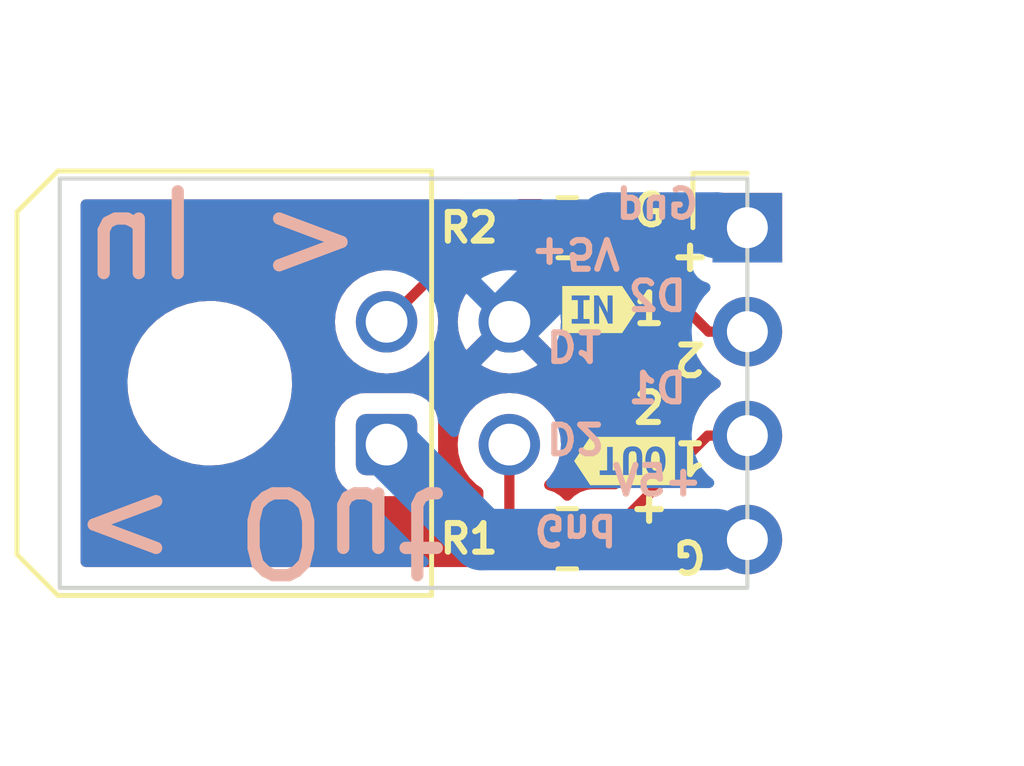
<source format=kicad_pcb>
(kicad_pcb (version 20211014) (generator pcbnew)
  (layers (0 "F.Cu" signal) (31 "B.Cu" signal) (34 "B.Paste" user) (35 "F.Paste" user) (36 "B.SilkS" user "B.Silkscreen") (37 "F.SilkS" user "F.Silkscreen") (38 "B.Mask" user) (39 "F.Mask" user) (44 "Edge.Cuts" user))
  (net 0 "")
  (net 1 "+5V")
  (net 2 "D1_In")
  (net 3 "D2_In")
  (net 4 "Gnd")
  (net 5 "D1_Out")
  (net 6 "D2_Out")
  (footprint "Connector_Molex:Molex_Micro-Fit_3.0_43045-0400_2x02_P3.00mm_Horizontal" (layer "F.Cu") (at 142.385 66.3 90)
    (fp_text reference "J1" hide)
    (fp_text value "Conn_02x02_Top_Bottom")
    (fp_line (start 6.685 1.1) (end -3.685 1.1) (layer "F.SilkS") (width 0.12))
    (fp_line (start 6.685 -8.03) (end 6.685 1.1) (layer "F.SilkS") (width 0.12))
    (fp_line (start 5.685 -9.03) (end 6.685 -8.03) (layer "F.SilkS") (width 0.12))
    (fp_line (start -2.685 -9.03) (end 5.685 -9.03) (layer "F.SilkS") (width 0.12))
    (fp_line (start -3.685 -8.03) (end -2.685 -9.03) (layer "F.SilkS") (width 0.12))
    (fp_line (start -3.685 1.1) (end -3.685 -8.03) (layer "F.SilkS") (width 0.12))
    (pad "" np_thru_hole circle locked (at 1.5 -4.32 90) (size 3 3) (drill 3) (layers *.Cu *.Mask))
    (pad "1" thru_hole roundrect locked (at 0 0 90) (size 1.5 1.5) (drill 1.02) (layers *.Cu *.Mask) (roundrect_rratio 0.1666673333) (net 1 "+5V"))
    (pad "2" thru_hole circle locked (at 3 0 90) (size 1.5 1.5) (drill 1.02) (layers *.Cu *.Mask) (net 3 "D2_In"))
    (pad "3" thru_hole circle locked (at 0 3 90) (size 1.5 1.5) (drill 1.02) (layers *.Cu *.Mask) (net 2 "D1_In"))
    (pad "4" thru_hole circle locked (at 3 3 90) (size 1.5 1.5) (drill 1.02) (layers *.Cu *.Mask) (net 4 "Gnd"))
  )
  (footprint "kibuzzard-6318DBA2" (layer "F.Cu") (at 148.2 66.7 180)
    (fp_text reference "kibuzzard-6318DBA2" hide)
    (fp_text value "G***" hide)
    (fp_poly (pts (xy -0.862453 0) (xy -0.861481 0.048478) (xy -0.858564 0.093901) (xy -0.843007 0.170021) (xy -0.810225 0.221139) (xy -0.753551 0.24003) (xy -0.697433 0.221139) (xy -0.664095 0.169466) (xy -0.648538 0.093345) (xy -0.645621 0.048339) (xy -0.644648 0) (xy -0.645621 -0.048478) (xy -0.648538 -0.093901) (xy -0.664095 -0.170021) (xy -0.696877 -0.221139) (xy -0.753551 -0.24003) (xy -0.810225 -0.221139) (xy -0.843007 -0.169466) (xy -0.858564 -0.093345) (xy -0.861481 -0.048339) (xy -0.862453 0)) (layer "F.SilkS") (width 0) (fill solid))
    (fp_poly (pts (xy -1.00136 -0.590444) (xy -1.23287 -0.590444) (xy -1.23287 0.590444) (xy -1.00136 0.590444) (xy -0.75244 0.590444) (xy -0.75244 0.358934) (xy -0.826832 0.348871) (xy -0.888506 0.318682) (xy -0.937463 0.268367) (xy -0.965418 0.217631) (xy -0.985386 0.155992) (xy -0.997366 0.083448) (xy -1.00136 0) (xy -0.997262 -0.083448) (xy -0.984969 -0.155992) (xy -0.96448 -0.217631) (xy -0.935796 -0.268367) (xy -0.886407 -0.318682) (xy -0.825659 -0.348871) (xy -0.753551 -0.358934) (xy -0.679221 -0.348871) (xy -0.617732 -0.318682) (xy -0.569083 -0.268367) (xy -0.541372 -0.217631) (xy -0.521578 -0.155992) (xy -0.509701 -0.083448) (xy -0.505742 0) (xy -0.509771 0.083448) (xy -0.521855 0.155992) (xy -0.541997 0.217631) (xy -0.570195 0.268367) (xy -0.61909 0.318682) (xy -0.679838 0.348871) (xy -0.75244 0.358934) (xy -0.75244 0.590444) (xy -0.200148 0.590444) (xy -0.200148 0.358934) (xy -0.261406 0.35435) (xy -0.311829 0.340598) (xy -0.383505 0.287814) (xy -0.406285 0.249753) (xy -0.421287 0.20447) (xy -0.429622 0.152797) (xy -0.4324 0.095567) (xy -0.4324 -0.343376) (xy -0.294605 -0.343376) (xy -0.294605 0.086677) (xy -0.29016 0.159464) (xy -0.275158 0.206692) (xy -0.24571 0.232251) (xy -0.197926 0.24003) (xy -0.150142 0.232251) (xy -0.120138 0.206137) (xy -0.104581 0.158353) (xy -0.100136 0.085566) (xy -0.100136 -0.343376) (xy 0.036548 -0.343376) (xy 0.036548 0.095567) (xy 0.03377 0.152797) (xy 0.025435 0.20447) (xy 0.010156 0.249753) (xy -0.013458 0.287814) (xy -0.045685 0.318234) (xy -0.086801 0.340598) (xy -0.137918 0.35435) (xy -0.200148 0.358934) (xy -0.200148 0.590444) (xy 0.426597 0.590444) (xy 0.426597 0.344487) (xy 0.288802 0.344487) (xy 0.288802 -0.230029) (xy 0.107668 -0.230029) (xy 0.107668 -0.343376) (xy 0.60773 -0.343376) (xy 0.60773 -0.230029) (xy 0.426597 -0.230029) (xy 0.426597 0.344487) (xy 0.426597 0.590444) (xy 0.60773 0.590444) (xy 0.839241 0.590444) (xy 1.23287 0) (xy 0.839241 -0.590444) (xy 0.60773 -0.590444) (xy -1.00136 -0.590444)) (layer "F.SilkS") (width 0) (fill solid))
  )
  (footprint "Connector_PinHeader_2.54mm:PinHeader_1x04_P2.54mm_Vertical" (layer "F.Cu") (at 151.2 61)
    (fp_text reference "J2" hide)
    (fp_text value "Conn_01x04_Male")
    (fp_line (start -1.33 0) (end -1.33 -1.33) (layer "F.SilkS") (width 0.12))
    (fp_line (start -1.33 -1.33) (end 0 -1.33) (layer "F.SilkS") (width 0.12))
    (pad "1" thru_hole rect (at 0 0) (size 1.7 1.7) (drill 1) (layers *.Cu *.Mask) (net 4 "Gnd"))
    (pad "2" thru_hole oval (at 0 2.54) (size 1.7 1.7) (drill 1) (layers *.Cu *.Mask) (net 6 "D2_Out"))
    (pad "3" thru_hole oval (at 0 5.08) (size 1.7 1.7) (drill 1) (layers *.Cu *.Mask) (net 5 "D1_Out"))
    (pad "4" thru_hole oval (at 0 7.62) (size 1.7 1.7) (drill 1) (layers *.Cu *.Mask) (net 1 "+5V"))
  )
  (footprint "kibuzzard-6318DB81" (layer "F.Cu") (at 147.6 63)
    (fp_text reference "kibuzzard-6318DB81" hide)
    (fp_text value "G***" hide)
    (fp_poly (pts (xy -0.691877 -0.575442) (xy -0.923387 -0.575442) (xy -0.923387 0.575442) (xy -0.691877 0.575442) (xy -0.691877 0.343932) (xy -0.691877 0.230584) (xy -0.541858 0.230584) (xy -0.541858 -0.230584) (xy -0.691877 -0.230584) (xy -0.691877 -0.343932) (xy -0.255155 -0.343932) (xy -0.255155 -0.230584) (xy -0.404063 -0.230584) (xy -0.404063 0.230584) (xy -0.255155 0.230584) (xy -0.255155 0.343932) (xy -0.691877 0.343932) (xy -0.691877 0.575442) (xy 0.198235 0.575442) (xy 0.198235 0.343932) (xy 0.166194 0.267688) (xy 0.1323 0.191567) (xy 0.096555 0.11557) (xy 0.058958 0.039573) (xy 0.019509 -0.036548) (xy -0.021793 -0.112792) (xy -0.021793 0.343932) (xy -0.145142 0.343932) (xy -0.145142 -0.343932) (xy -0.035128 -0.343932) (xy -0.004013 -0.292953) (xy 0.027102 -0.237807) (xy 0.0578 -0.180717) (xy 0.087665 -0.123904) (xy 0.116002 -0.068064) (xy 0.142117 -0.013891) (xy 0.165314 0.036116) (xy 0.1849 0.079454) (xy 0.1849 -0.343932) (xy 0.308248 -0.343932) (xy 0.308248 0.343932) (xy 0.198235 0.343932) (xy 0.198235 0.575442) (xy 0.308248 0.575442) (xy 0.539759 0.575442) (xy 0.923387 0) (xy 0.539759 -0.575442) (xy 0.308248 -0.575442) (xy -0.691877 -0.575442)) (layer "F.SilkS") (width 0) (fill solid))
  )
  (footprint "Resistor_SMD:R_0805_2012Metric" (layer "F.Cu") (at 146.8 61)
    (fp_text reference "R2" (at -2.4 0) (layer "F.SilkS") (effects (font (size 0.7 0.7))))
    (fp_text value "R100")
    (fp_line (start -0.227064 -0.735) (end 0.227064 -0.735) (layer "F.SilkS") (width 0.12))
    (fp_line (start -0.227064 0.735) (end 0.227064 0.735) (layer "F.SilkS") (width 0.12))
    (pad "1" smd roundrect locked (at -0.9125 0) (size 1.025 1.4) (layers "F.Cu" "F.Paste" "F.Mask") (roundrect_rratio 0.243902439) (net 3 "D2_In"))
    (pad "2" smd roundrect locked (at 0.9125 0) (size 1.025 1.4) (layers "F.Cu" "F.Paste" "F.Mask") (roundrect_rratio 0.243902439) (net 6 "D2_Out"))
  )
  (footprint "Resistor_SMD:R_0805_2012Metric" (layer "F.Cu") (at 146.8 68.6)
    (fp_text reference "R1" (at -2.4 0) (layer "F.SilkS") (effects (font (size 0.7 0.7))))
    (fp_text value "R100")
    (fp_line (start -0.227064 -0.735) (end 0.227064 -0.735) (layer "F.SilkS") (width 0.12))
    (fp_line (start -0.227064 0.735) (end 0.227064 0.735) (layer "F.SilkS") (width 0.12))
    (pad "1" smd roundrect locked (at -0.9125 0) (size 1.025 1.4) (layers "F.Cu" "F.Paste" "F.Mask") (roundrect_rratio 0.243902439) (net 2 "D1_In"))
    (pad "2" smd roundrect locked (at 0.9125 0) (size 1.025 1.4) (layers "F.Cu" "F.Paste" "F.Mask") (roundrect_rratio 0.243902439) (net 5 "D1_Out"))
  )
  (gr_rect (start 134.4 59.8) (end 151.2 69.8) (layer "Edge.Cuts") (width 0.1) (fill none))
  (gr_text "Gnd\n\nD2\n\nD1\n\n+5V" (at 149 63.8) (layer "B.SilkS") (effects (font (size 0.7 0.7)) (justify mirror)))
  (gr_text "< Out" (at 144 68.4 180) (layer "B.SilkS") (effects (font (size 2 2) (thickness 0.3)) (justify right mirror)))
  (gr_text "Gnd\n\nD2\n\nD1\n\n+5V" (at 147 65 180) (layer "B.SilkS") (effects (font (size 0.7 0.7)) (justify mirror)))
  (gr_text "< In" (at 134.8 61.2) (layer "B.SilkS") (effects (font (size 2 2) (thickness 0.3)) (justify right mirror)))
  (gr_text "G\n\n1\n\n2\n\n+" (at 148.8 64.2) (layer "F.SilkS") (effects (font (size 0.75 0.75))))
  (gr_text "G\n\n1\n\n2\n\n+" (at 149.8 65.4 180) (layer "F.SilkS") (effects (font (size 0.75 0.75))))
  (segment (start 142.385 66.3) (end 144.705 68.62) (width 1.5) (layer "B.Cu") (net 1))
  (segment (start 144.705 68.62) (end 150.44998 68.62) (width 1.5) (layer "B.Cu") (net 1))
  (segment (start 145.385 68.0975) (end 145.8875 68.6) (width 0.25) (layer "F.Cu") (net 2))
  (segment (start 145.385 66.3) (end 145.385 68.0975) (width 0.25) (layer "F.Cu") (net 2))
  (segment (start 142.385 63.3) (end 144.685 61) (width 0.25) (layer "F.Cu") (net 3))
  (segment (start 144.685 61) (end 145.8875 61) (width 0.25) (layer "F.Cu") (net 3))
  (segment (start 147.8 60.885) (end 150.44998 60.885) (width 1.5) (layer "B.Cu") (net 4))
  (segment (start 145.385 63.3) (end 147.8 60.885) (width 1.5) (layer "B.Cu") (net 4))
  (segment (start 150.44998 60.885) (end 150.44998 61) (width 1.5) (layer "B.Cu") (net 4))
  (segment (start 150.2325 66.08) (end 151.07498 66.08) (width 0.25) (layer "F.Cu") (net 5))
  (segment (start 147.7125 68.6) (end 150.2325 66.08) (width 0.25) (layer "F.Cu") (net 5))
  (segment (start 147.7125 61) (end 150.2525 63.54) (width 0.25) (layer "F.Cu") (net 6))
  (segment (start 150.2525 63.54) (end 151.07498 63.54) (width 0.25) (layer "F.Cu") (net 6))
  (zone (net 4) (net_name "Gnd") (layer "F.Cu") (connect_pads (clearance 0.508)) (min_thickness 0.254) (fill yes (thermal_gap 0.508) (thermal_bridge_width 0.508))
    (polygon (pts (xy 151.4 69.8) (xy 134.4 69.8) (xy 134.4 59.8) (xy 153.6 59.8)))
  )
  (zone (net 4) (net_name "Gnd") (layer "B.Cu") (connect_pads (clearance 0.508)) (min_thickness 0.254) (fill yes (thermal_gap 0.508) (thermal_bridge_width 0.508))
    (polygon (pts (xy 153.6 69.8) (xy 134.4 69.8) (xy 134.4 59.8) (xy 152.4 59.8)))
  )
)
</source>
